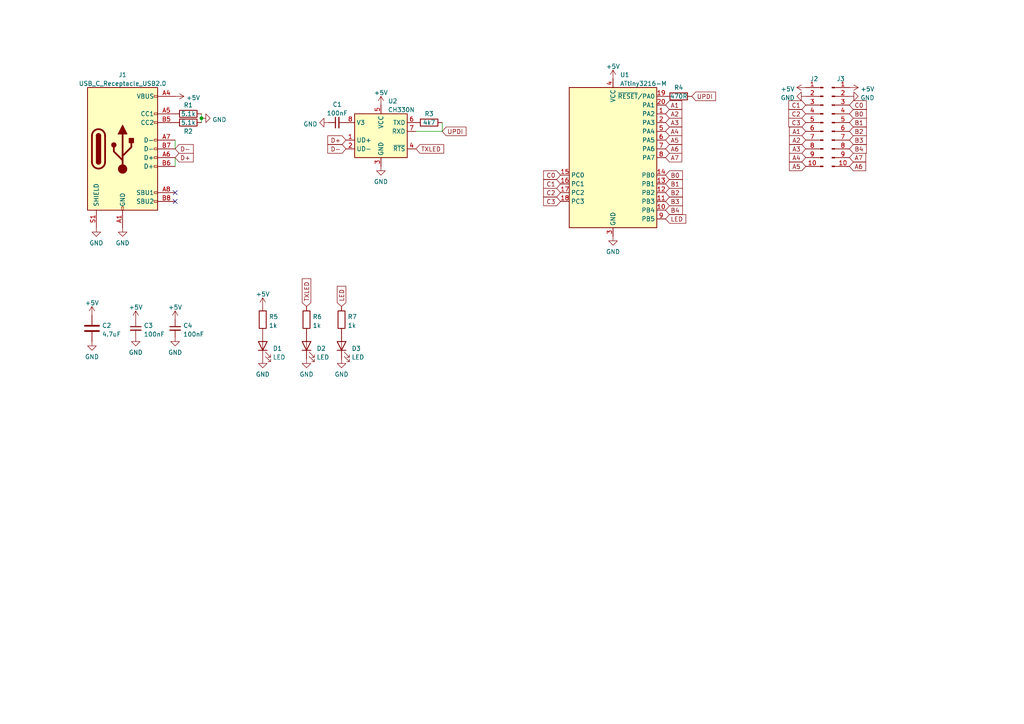
<source format=kicad_sch>
(kicad_sch (version 20211123) (generator eeschema)
  (paper "A4")
  (lib_symbols
    (symbol "Connector:Conn_01x10_Male" (pin_names (offset 1.016) hide)
      (property "Reference" "J" (at 0 12.7 0))
      (property "Value" "Conn_01x10_Male" (at 0 -15.24 0))
      (symbol "Conn_01x10_Male_1_1"
        (polyline (pts (xy 1.27 -12.7) (xy 0.8636 -12.7)) (stroke (width 0.1524)))
        (polyline (pts (xy 1.27 -10.16) (xy 0.8636 -10.16)) (stroke (width 0.1524)))
        (polyline (pts (xy 1.27 -7.62) (xy 0.8636 -7.62)) (stroke (width 0.1524)))
        (polyline (pts (xy 1.27 -5.08) (xy 0.8636 -5.08)) (stroke (width 0.1524)))
        (polyline (pts (xy 1.27 -2.54) (xy 0.8636 -2.54)) (stroke (width 0.1524)))
        (polyline (pts (xy 1.27 0) (xy 0.8636 0)) (stroke (width 0.1524)))
        (polyline (pts (xy 1.27 2.54) (xy 0.8636 2.54)) (stroke (width 0.1524)))
        (polyline (pts (xy 1.27 5.08) (xy 0.8636 5.08)) (stroke (width 0.1524)))
        (polyline (pts (xy 1.27 7.62) (xy 0.8636 7.62)) (stroke (width 0.1524)))
        (polyline (pts (xy 1.27 10.16) (xy 0.8636 10.16)) (stroke (width 0.1524)))
        (rectangle (start 0.8636 -12.573) (end 0 -12.827) (stroke (width 0.1524)) (fill (type outline)))
        (rectangle (start 0.8636 -10.033) (end 0 -10.287) (stroke (width 0.1524)) (fill (type outline)))
        (rectangle (start 0.8636 -7.493) (end 0 -7.747) (stroke (width 0.1524)) (fill (type outline)))
        (rectangle (start 0.8636 -4.953) (end 0 -5.207) (stroke (width 0.1524)) (fill (type outline)))
        (rectangle (start 0.8636 -2.413) (end 0 -2.667) (stroke (width 0.1524)) (fill (type outline)))
        (rectangle (start 0.8636 0.127) (end 0 -0.127) (stroke (width 0.1524)) (fill (type outline)))
        (rectangle (start 0.8636 2.667) (end 0 2.413) (stroke (width 0.1524)) (fill (type outline)))
        (rectangle (start 0.8636 5.207) (end 0 4.953) (stroke (width 0.1524)) (fill (type outline)))
        (rectangle (start 0.8636 7.747) (end 0 7.493) (stroke (width 0.1524)) (fill (type outline)))
        (rectangle (start 0.8636 10.287) (end 0 10.033) (stroke (width 0.1524)) (fill (type outline)))
        (pin passive line (at 5.08 10.16 180) (length 3.81) (name "Pin_1") (number "1"))
        (pin passive line (at 5.08 -12.7 180) (length 3.81) (name "Pin_10") (number "10"))
        (pin passive line (at 5.08 7.62 180) (length 3.81) (name "Pin_2") (number "2"))
        (pin passive line (at 5.08 5.08 180) (length 3.81) (name "Pin_3") (number "3"))
        (pin passive line (at 5.08 2.54 180) (length 3.81) (name "Pin_4") (number "4"))
        (pin passive line (at 5.08 0 180) (length 3.81) (name "Pin_5") (number "5"))
        (pin passive line (at 5.08 -2.54 180) (length 3.81) (name "Pin_6") (number "6"))
        (pin passive line (at 5.08 -5.08 180) (length 3.81) (name "Pin_7") (number "7"))
        (pin passive line (at 5.08 -7.62 180) (length 3.81) (name "Pin_8") (number "8"))
        (pin passive line (at 5.08 -10.16 180) (length 3.81) (name "Pin_9") (number "9"))
      )
    )
    (symbol "Connector:USB_C_Receptacle_USB2.0" (pin_names (offset 1.016))
      (property "Reference" "J" (at -10.16 19.05 0))
      (property "Value" "USB_C_Receptacle_USB2.0" (at 19.05 19.05 0))
      (symbol "USB_C_Receptacle_USB2.0_0_0"
        (rectangle (start -0.254 -17.78) (end 0.254 -16.764))
        (rectangle (start 10.16 -14.986) (end 9.144 -15.494))
        (rectangle (start 10.16 -12.446) (end 9.144 -12.954))
        (rectangle (start 10.16 -4.826) (end 9.144 -5.334))
        (rectangle (start 10.16 -2.286) (end 9.144 -2.794))
        (rectangle (start 10.16 0.254) (end 9.144 -0.254))
        (rectangle (start 10.16 2.794) (end 9.144 2.286))
        (rectangle (start 10.16 7.874) (end 9.144 7.366))
        (rectangle (start 10.16 10.414) (end 9.144 9.906))
        (rectangle (start 10.16 15.494) (end 9.144 14.986))
      )
      (symbol "USB_C_Receptacle_USB2.0_0_1"
        (rectangle (start -10.16 17.78) (end 10.16 -17.78) (stroke (width 0.254)) (fill (type background)))
        (arc (start -8.89 -3.81) (mid -6.985 -5.715) (end -5.08 -3.81) (stroke (width 0.508)))
        (arc (start -7.62 -3.81) (mid -6.985 -4.445) (end -6.35 -3.81) (stroke (width 0.254)))
        (arc (start -7.62 -3.81) (mid -6.985 -4.445) (end -6.35 -3.81) (stroke (width 0.254)) (fill (type outline)))
        (rectangle (start -7.62 -3.81) (end -6.35 3.81) (stroke (width 0.254)) (fill (type outline)))
        (arc (start -6.35 3.81) (mid -6.985 4.445) (end -7.62 3.81) (stroke (width 0.254)))
        (arc (start -6.35 3.81) (mid -6.985 4.445) (end -7.62 3.81) (stroke (width 0.254)) (fill (type outline)))
        (arc (start -5.08 3.81) (mid -6.985 5.715) (end -8.89 3.81) (stroke (width 0.508)))
        (circle (center -2.54 1.143) (radius 0.635) (stroke (width 0.254)) (fill (type outline)))
        (circle (center 0 -5.842) (radius 1.27) (fill (type outline)))
        (polyline (pts (xy -8.89 -3.81) (xy -8.89 3.81)) (stroke (width 0.508)))
        (polyline (pts (xy -5.08 3.81) (xy -5.08 -3.81)) (stroke (width 0.508)))
        (polyline (pts (xy 0 -5.842) (xy 0 4.318)) (stroke (width 0.508)))
        (polyline (pts (xy 0 -3.302) (xy -2.54 -0.762) (xy -2.54 0.508)) (stroke (width 0.508)))
        (polyline (pts (xy 0 -2.032) (xy 2.54 0.508) (xy 2.54 1.778)) (stroke (width 0.508)))
        (polyline (pts (xy -1.27 4.318) (xy 0 6.858) (xy 1.27 4.318) (xy -1.27 4.318)) (stroke (width 0.254)) (fill (type outline)))
        (rectangle (start 1.905 1.778) (end 3.175 3.048) (stroke (width 0.254)) (fill (type outline)))
      )
      (symbol "USB_C_Receptacle_USB2.0_1_1"
        (pin passive line (at 0 -22.86 90) (length 5.08) (name "GND") (number "A1"))
        (pin passive line (at 0 -22.86 90) (length 5.08) hide (name "GND") (number "A12"))
        (pin passive line (at 15.24 15.24 180) (length 5.08) (name "VBUS") (number "A4"))
        (pin bidirectional line (at 15.24 10.16 180) (length 5.08) (name "CC1") (number "A5"))
        (pin bidirectional line (at 15.24 -2.54 180) (length 5.08) (name "D+") (number "A6"))
        (pin bidirectional line (at 15.24 2.54 180) (length 5.08) (name "D-") (number "A7"))
        (pin bidirectional line (at 15.24 -12.7 180) (length 5.08) (name "SBU1") (number "A8"))
        (pin passive line (at 15.24 15.24 180) (length 5.08) hide (name "VBUS") (number "A9"))
        (pin passive line (at 0 -22.86 90) (length 5.08) hide (name "GND") (number "B1"))
        (pin passive line (at 0 -22.86 90) (length 5.08) hide (name "GND") (number "B12"))
        (pin passive line (at 15.24 15.24 180) (length 5.08) hide (name "VBUS") (number "B4"))
        (pin bidirectional line (at 15.24 7.62 180) (length 5.08) (name "CC2") (number "B5"))
        (pin bidirectional line (at 15.24 -5.08 180) (length 5.08) (name "D+") (number "B6"))
        (pin bidirectional line (at 15.24 0 180) (length 5.08) (name "D-") (number "B7"))
        (pin bidirectional line (at 15.24 -15.24 180) (length 5.08) (name "SBU2") (number "B8"))
        (pin passive line (at 15.24 15.24 180) (length 5.08) hide (name "VBUS") (number "B9"))
        (pin passive line (at -7.62 -22.86 90) (length 5.08) (name "SHIELD") (number "S1"))
      )
    )
    (symbol "Device:C" (pin_numbers hide) (pin_names (offset 0.254))
      (property "Reference" "C" (at 0.635 2.54 0))
      (property "Value" "C" (at 0.635 -2.54 0))
      (symbol "C_0_1"
        (polyline (pts (xy -2.032 -0.762) (xy 2.032 -0.762)) (stroke (width 0.508)))
        (polyline (pts (xy -2.032 0.762) (xy 2.032 0.762)) (stroke (width 0.508)))
      )
      (symbol "C_1_1"
        (pin passive line (at 0 3.81 270) (length 2.794) (name "~") (number "1"))
        (pin passive line (at 0 -3.81 90) (length 2.794) (name "~") (number "2"))
      )
    )
    (symbol "Device:C_Small" (pin_numbers hide) (pin_names (offset 0.254) hide)
      (property "Reference" "C" (at 0.254 1.778 0))
      (property "Value" "C_Small" (at 0.254 -2.032 0))
      (symbol "C_Small_0_1"
        (polyline (pts (xy -1.524 -0.508) (xy 1.524 -0.508)) (stroke (width 0.3302)))
        (polyline (pts (xy -1.524 0.508) (xy 1.524 0.508)) (stroke (width 0.3048)))
      )
      (symbol "C_Small_1_1"
        (pin passive line (at 0 2.54 270) (length 2.032) (name "~") (number "1"))
        (pin passive line (at 0 -2.54 90) (length 2.032) (name "~") (number "2"))
      )
    )
    (symbol "Device:LED" (pin_numbers hide) (pin_names (offset 1.016) hide)
      (property "Reference" "D" (at 0 2.54 0))
      (property "Value" "LED" (at 0 -2.54 0))
      (symbol "LED_0_1"
        (polyline (pts (xy -1.27 -1.27) (xy -1.27 1.27)) (stroke (width 0.254)))
        (polyline (pts (xy -1.27 0) (xy 1.27 0)))
        (polyline (pts (xy 1.27 -1.27) (xy 1.27 1.27) (xy -1.27 0) (xy 1.27 -1.27)) (stroke (width 0.254)))
        (polyline (pts (xy -3.048 -0.762) (xy -4.572 -2.286) (xy -3.81 -2.286) (xy -4.572 -2.286) (xy -4.572 -1.524)))
        (polyline (pts (xy -1.778 -0.762) (xy -3.302 -2.286) (xy -2.54 -2.286) (xy -3.302 -2.286) (xy -3.302 -1.524)))
      )
      (symbol "LED_1_1"
        (pin passive line (at -3.81 0 0) (length 2.54) (name "K") (number "1"))
        (pin passive line (at 3.81 0 180) (length 2.54) (name "A") (number "2"))
      )
    )
    (symbol "Device:R" (pin_numbers hide) (pin_names (offset 0))
      (property "Reference" "R" (at 2.032 0 90))
      (property "Value" "R" (at 0 0 90))
      (symbol "R_0_1"
        (rectangle (start -1.016 -2.54) (end 1.016 2.54) (stroke (width 0.254)))
      )
      (symbol "R_1_1"
        (pin passive line (at 0 3.81 270) (length 1.27) (name "~") (number "1"))
        (pin passive line (at 0 -3.81 90) (length 1.27) (name "~") (number "2"))
      )
    )
    (symbol "Interface_USB:CH330N"
      (property "Reference" "U" (at -7.62 6.35 0))
      (property "Value" "CH330N" (at 7.62 6.35 0))
      (symbol "CH330N_0_1"
        (rectangle (start -7.62 5.08) (end 7.62 -7.62) (stroke (width 0.254)) (fill (type background)))
      )
      (symbol "CH330N_1_1"
        (pin bidirectional line (at -10.16 -2.54 0) (length 2.54) (name "UD+") (number "1"))
        (pin bidirectional line (at -10.16 -5.08 0) (length 2.54) (name "UD-") (number "2"))
        (pin power_in line (at 0 -10.16 90) (length 2.54) (name "GND") (number "3"))
        (pin output line (at 10.16 -5.08 180) (length 2.54) (name "~{RTS}") (number "4"))
        (pin power_in line (at 0 7.62 270) (length 2.54) (name "VCC") (number "5"))
        (pin output line (at 10.16 2.54 180) (length 2.54) (name "TXD") (number "6"))
        (pin input line (at 10.16 0 180) (length 2.54) (name "RXD") (number "7"))
        (pin passive line (at -10.16 2.54 0) (length 2.54) (name "V3") (number "8"))
      )
    )
    (symbol "MCU_Microchip_ATtiny:ATtiny3216-M"
      (property "Reference" "U" (at -12.7 21.59 0))
      (property "Value" "ATtiny3216-M" (at 2.54 -21.59 0))
      (symbol "ATtiny3216-M_0_1"
        (rectangle (start -12.7 -20.32) (end 12.7 20.32) (stroke (width 0.254)) (fill (type background)))
      )
      (symbol "ATtiny3216-M_1_1"
        (pin bidirectional line (at 15.24 12.7 180) (length 2.54) (name "PA2") (number "1"))
        (pin bidirectional line (at 15.24 -15.24 180) (length 2.54) (name "PB4") (number "10"))
        (pin bidirectional line (at 15.24 -12.7 180) (length 2.54) (name "PB3") (number "11"))
        (pin bidirectional line (at 15.24 -10.16 180) (length 2.54) (name "PB2") (number "12"))
        (pin bidirectional line (at 15.24 -7.62 180) (length 2.54) (name "PB1") (number "13"))
        (pin bidirectional line (at 15.24 -5.08 180) (length 2.54) (name "PB0") (number "14"))
        (pin bidirectional line (at -15.24 -5.08 0) (length 2.54) (name "PC0") (number "15"))
        (pin bidirectional line (at -15.24 -7.62 0) (length 2.54) (name "PC1") (number "16"))
        (pin bidirectional line (at -15.24 -10.16 0) (length 2.54) (name "PC2") (number "17"))
        (pin bidirectional line (at -15.24 -12.7 0) (length 2.54) (name "PC3") (number "18"))
        (pin bidirectional line (at 15.24 17.78 180) (length 2.54) (name "~{RESET}/PA0") (number "19"))
        (pin bidirectional line (at 15.24 10.16 180) (length 2.54) (name "PA3") (number "2"))
        (pin bidirectional line (at 15.24 15.24 180) (length 2.54) (name "PA1") (number "20"))
        (pin passive line (at 0 -22.86 90) (length 2.54) hide (name "GND") (number "21"))
        (pin power_in line (at 0 -22.86 90) (length 2.54) (name "GND") (number "3"))
        (pin power_in line (at 0 22.86 270) (length 2.54) (name "VCC") (number "4"))
        (pin bidirectional line (at 15.24 7.62 180) (length 2.54) (name "PA4") (number "5"))
        (pin bidirectional line (at 15.24 5.08 180) (length 2.54) (name "PA5") (number "6"))
        (pin bidirectional line (at 15.24 2.54 180) (length 2.54) (name "PA6") (number "7"))
        (pin bidirectional line (at 15.24 0 180) (length 2.54) (name "PA7") (number "8"))
        (pin bidirectional line (at 15.24 -17.78 180) (length 2.54) (name "PB5") (number "9"))
      )
    )
    (symbol "power:+5V" (power) (pin_names (offset 0))
      (property "Value" "+5V" (at 0 3.556 0))
      (symbol "+5V_0_1"
        (polyline (pts (xy -0.762 1.27) (xy 0 2.54)))
        (polyline (pts (xy 0 0) (xy 0 2.54)))
        (polyline (pts (xy 0 2.54) (xy 0.762 1.27)))
      )
      (symbol "+5V_1_1"
        (pin power_in line (at 0 0 90) (length 0) hide (name "+5V") (number "1"))
      )
    )
    (symbol "power:GND" (power) (pin_names (offset 0))
      (property "Value" "GND" (at 0 -3.81 0))
      (symbol "GND_0_1"
        (polyline (pts (xy 0 0) (xy 0 -1.27) (xy 1.27 -1.27) (xy 0 -2.54) (xy -1.27 -1.27) (xy 0 -1.27)))
      )
      (symbol "GND_1_1"
        (pin power_in line (at 0 0 270) (length 0) hide (name "GND") (number "1"))
      )
    )
  )
  (junction (at 58.42 34.29))
  (no_connect (at 50.8 55.88))
  (no_connect (at 50.8 58.42))
  (wire (pts (xy 50.8 45.72) (xy 50.8 48.26)))
  (wire (pts (xy 58.42 34.29) (xy 58.42 35.56)))
  (wire (pts (xy 128.27 38.1) (xy 128.27 35.56)))
  (wire (pts (xy 58.42 33.02) (xy 58.42 34.29)))
  (wire (pts (xy 50.8 40.64) (xy 50.8 43.18)))
  (wire (pts (xy 120.65 38.1) (xy 128.27 38.1)))
  (global_label "A1" (shape input) (at 233.68 38.1 180) (property "Intersheet References" "${INTERSHEET_REFS}" (effects hide)))
  (global_label "A6" (shape input) (at 193.04 43.18 0) (property "Intersheet References" "${INTERSHEET_REFS}" (effects hide)))
  (global_label "B2" (shape input) (at 246.38 38.1 0) (property "Intersheet References" "${INTERSHEET_REFS}" (effects hide)))
  (global_label "C1" (shape input) (at 233.68 30.48 180) (property "Intersheet References" "${INTERSHEET_REFS}" (effects hide)))
  (global_label "TXLED" (shape input) (at 120.65 43.18 0) (property "Intersheet References" "${INTERSHEET_REFS}" (effects hide)))
  (global_label "C0" (shape input) (at 246.38 30.48 0) (property "Intersheet References" "${INTERSHEET_REFS}" (effects hide)))
  (global_label "A4" (shape input) (at 233.68 45.72 180) (property "Intersheet References" "${INTERSHEET_REFS}" (effects hide)))
  (global_label "B4" (shape input) (at 193.04 60.96 0) (property "Intersheet References" "${INTERSHEET_REFS}" (effects hide)))
  (global_label "C2" (shape input) (at 162.56 55.88 180) (property "Intersheet References" "${INTERSHEET_REFS}" (effects hide)))
  (global_label "C2" (shape input) (at 233.68 33.02 180) (property "Intersheet References" "${INTERSHEET_REFS}" (effects hide)))
  (global_label "UPDI" (shape input) (at 128.27 38.1 0) (property "Intersheet References" "${INTERSHEET_REFS}" (effects hide)))
  (global_label "B0" (shape input) (at 193.04 50.8 0) (property "Intersheet References" "${INTERSHEET_REFS}" (effects hide)))
  (global_label "A6" (shape input) (at 246.38 48.26 0) (property "Intersheet References" "${INTERSHEET_REFS}" (effects hide)))
  (global_label "LED" (shape input) (at 99.06 88.9 90) (property "Intersheet References" "${INTERSHEET_REFS}" (effects hide)))
  (global_label "A7" (shape input) (at 193.04 45.72 0) (property "Intersheet References" "${INTERSHEET_REFS}" (effects hide)))
  (global_label "B2" (shape input) (at 193.04 55.88 0) (property "Intersheet References" "${INTERSHEET_REFS}" (effects hide)))
  (global_label "D-" (shape input) (at 100.33 43.18 180) (property "Intersheet References" "${INTERSHEET_REFS}" (effects hide)))
  (global_label "A1" (shape input) (at 193.04 30.48 0) (property "Intersheet References" "${INTERSHEET_REFS}" (effects hide)))
  (global_label "A5" (shape input) (at 233.68 48.26 180) (property "Intersheet References" "${INTERSHEET_REFS}" (effects hide)))
  (global_label "A2" (shape input) (at 193.04 33.02 0) (property "Intersheet References" "${INTERSHEET_REFS}" (effects hide)))
  (global_label "A3" (shape input) (at 193.04 35.56 0) (property "Intersheet References" "${INTERSHEET_REFS}" (effects hide)))
  (global_label "B4" (shape input) (at 246.38 43.18 0) (property "Intersheet References" "${INTERSHEET_REFS}" (effects hide)))
  (global_label "B3" (shape input) (at 246.38 40.64 0) (property "Intersheet References" "${INTERSHEET_REFS}" (effects hide)))
  (global_label "TXLED" (shape input) (at 88.9 88.9 90) (property "Intersheet References" "${INTERSHEET_REFS}" (effects hide)))
  (global_label "D-" (shape input) (at 50.8 43.18 0) (property "Intersheet References" "${INTERSHEET_REFS}" (effects hide)))
  (global_label "A7" (shape input) (at 246.38 45.72 0) (property "Intersheet References" "${INTERSHEET_REFS}" (effects hide)))
  (global_label "A4" (shape input) (at 193.04 38.1 0) (property "Intersheet References" "${INTERSHEET_REFS}" (effects hide)))
  (global_label "A5" (shape input) (at 193.04 40.64 0) (property "Intersheet References" "${INTERSHEET_REFS}" (effects hide)))
  (global_label "C0" (shape input) (at 162.56 50.8 180) (property "Intersheet References" "${INTERSHEET_REFS}" (effects hide)))
  (global_label "UPDI" (shape input) (at 200.66 27.94 0) (property "Intersheet References" "${INTERSHEET_REFS}" (effects hide)))
  (global_label "LED" (shape input) (at 193.04 63.5 0) (property "Intersheet References" "${INTERSHEET_REFS}" (effects hide)))
  (global_label "A3" (shape input) (at 233.68 43.18 180) (property "Intersheet References" "${INTERSHEET_REFS}" (effects hide)))
  (global_label "C1" (shape input) (at 162.56 53.34 180) (property "Intersheet References" "${INTERSHEET_REFS}" (effects hide)))
  (global_label "D+" (shape input) (at 100.33 40.64 180) (property "Intersheet References" "${INTERSHEET_REFS}" (effects hide)))
  (global_label "B0" (shape input) (at 246.38 33.02 0) (property "Intersheet References" "${INTERSHEET_REFS}" (effects hide)))
  (global_label "B1" (shape input) (at 246.38 35.56 0) (property "Intersheet References" "${INTERSHEET_REFS}" (effects hide)))
  (global_label "D+" (shape input) (at 50.8 45.72 0) (property "Intersheet References" "${INTERSHEET_REFS}" (effects hide)))
  (global_label "B3" (shape input) (at 193.04 58.42 0) (property "Intersheet References" "${INTERSHEET_REFS}" (effects hide)))
  (global_label "C3" (shape input) (at 233.68 35.56 180) (property "Intersheet References" "${INTERSHEET_REFS}" (effects hide)))
  (global_label "B1" (shape input) (at 193.04 53.34 0) (property "Intersheet References" "${INTERSHEET_REFS}" (effects hide)))
  (global_label "C3" (shape input) (at 162.56 58.42 180) (property "Intersheet References" "${INTERSHEET_REFS}" (effects hide)))
  (global_label "A2" (shape input) (at 233.68 40.64 180) (property "Intersheet References" "${INTERSHEET_REFS}" (effects hide)))
  (symbol (lib_id "power:GND") (at 246.38 27.94 90) (unit 1)
    (property "Reference" "#PWR010" (effects hide))
    (property "Value" "GND" (at 249.555 28.3738 90) (effects (justify right)))
  )
  (symbol (lib_id "power:+5V") (at 50.8 92.71 0) (unit 1)
    (property "Reference" "#PWR014" (effects hide))
    (property "Value" "+5V" (at 50.8 89.1342 0))
  )
  (symbol (lib_id "power:+5V") (at 26.67 91.44 0) (unit 1)
    (property "Reference" "#PWR012" (effects hide))
    (property "Value" "+5V" (at 26.67 87.8642 0))
  )
  (symbol (lib_id "power:GND") (at 88.9 104.14 0) (unit 1)
    (property "Reference" "#PWR021" (effects hide))
    (property "Value" "GND" (at 88.9 108.5834 0))
  )
  (symbol (lib_id "power:GND") (at 39.37 97.79 0) (unit 1)
    (property "Reference" "#PWR015" (effects hide))
    (property "Value" "GND" (at 39.37 102.2334 0))
  )
  (symbol (lib_id "Connector:Conn_01x10_Male") (at 241.3 35.56 0) (unit 1)
    (property "Reference" "J3" (at 243.84 22.86 0))
    (property "Value" "Conn_01x10_Male" (effects hide))
    (property "Footprint" "Connector_PinHeader_2.54mm:PinHeader_1x10_P2.54mm_Vertical" (effects hide))
  )
  (symbol (lib_id "power:GND") (at 35.56 66.04 0) (unit 1)
    (property "Reference" "#PWR011" (effects hide))
    (property "Value" "GND" (at 35.56 70.4834 0))
  )
  (symbol (lib_id "Connector:Conn_01x10_Male") (at 238.76 35.56 0) (mirror y) (unit 1)
    (property "Reference" "J2" (at 234.95 22.86 0) (effects (justify right)))
    (property "Value" "Conn_01x10_Male" (effects hide))
    (property "Footprint" "Connector_PinHeader_2.54mm:PinHeader_1x10_P2.54mm_Vertical" (effects hide))
  )
  (symbol (lib_id "power:+5V") (at 39.37 92.71 0) (unit 1)
    (property "Reference" "#PWR013" (effects hide))
    (property "Value" "+5V" (at 39.37 89.1342 0))
  )
  (symbol (lib_id "Device:R") (at 76.2 92.71 0) (unit 1)
    (property "Reference" "R5" (at 77.978 91.8753 0) (effects (justify left)))
    (property "Value" "1k" (at 77.978 94.4122 0) (effects (justify left)))
    (property "Footprint" "Resistor_SMD:R_0402_1005Metric" (effects hide))
    (property "JLC" "C11702" (effects hide))
  )
  (symbol (lib_id "Device:C_Small") (at 39.37 95.25 0) (unit 1)
    (property "Reference" "C3" (at 41.6941 94.4216 0) (effects (justify left)))
    (property "Value" "100nF" (at 41.6941 96.9585 0) (effects (justify left)))
    (property "Footprint" "Capacitor_SMD:C_0402_1005Metric" (effects hide))
    (property "JLC" "C1525" (effects hide))
  )
  (symbol (lib_id "Device:LED") (at 99.06 100.33 90) (unit 1)
    (property "Reference" "D3" (at 101.981 101.0828 90) (effects (justify right)))
    (property "Value" "LED" (at 101.981 103.6197 90) (effects (justify right)))
    (property "Footprint" "LED_SMD:LED_0603_1608Metric" (effects hide))
    (property "JLC" "C2286" (effects hide))
  )
  (symbol (lib_id "power:GND") (at 50.8 97.79 0) (unit 1)
    (property "Reference" "#PWR016" (effects hide))
    (property "Value" "GND" (at 50.8 102.2334 0))
  )
  (symbol (lib_id "power:GND") (at 110.49 48.26 0) (unit 1)
    (property "Reference" "#PWR06" (effects hide))
    (property "Value" "GND" (at 110.49 52.7034 0))
  )
  (symbol (lib_id "MCU_Microchip_ATtiny:ATtiny3216-M") (at 177.8 45.72 0) (unit 1)
    (property "Reference" "U1" (at 179.8194 21.7002 0) (effects (justify left)))
    (property "Value" "ATtiny3216-M" (at 179.8194 24.2371 0) (effects (justify left)))
    (property "Footprint" "Package_DFN_QFN:VQFN-20-1EP_3x3mm_P0.4mm_EP1.7x1.7mm" (effects hide))
    (property "Datasheet" "http://ww1.microchip.com/downloads/en/DeviceDoc/ATtiny3216_ATtiny1616-data-sheet-40001997B.pdf" (effects hide))
    (property "JLC" "C507118" (effects hide))
  )
  (symbol (lib_id "power:+5V") (at 177.8 22.86 0) (unit 1)
    (property "Reference" "#PWR05" (effects hide))
    (property "Value" "+5V" (at 177.8 19.2842 0))
  )
  (symbol (lib_id "Interface_USB:CH330N") (at 110.49 38.1 0) (unit 1)
    (property "Reference" "U2" (at 112.5094 29.3202 0) (effects (justify left)))
    (property "Value" "CH330N" (at 112.5094 31.8571 0) (effects (justify left)))
    (property "Footprint" "Package_SO:SOIC-8_3.9x4.9mm_P1.27mm" (effects hide))
    (property "Datasheet" "http://www.wch.cn/downloads/file/240.html" (effects hide))
    (property "JLC" " C2977777 " (effects hide))
  )
  (symbol (lib_id "power:+5V") (at 76.2 88.9 0) (unit 1)
    (property "Reference" "#PWR019" (effects hide))
    (property "Value" "+5V" (at 76.2 85.3242 0))
  )
  (symbol (lib_id "power:GND") (at 233.68 27.94 270) (unit 1)
    (property "Reference" "#PWR09" (effects hide))
    (property "Value" "GND" (at 230.5051 28.3738 90) (effects (justify right)))
  )
  (symbol (lib_id "power:GND") (at 58.42 34.29 90) (unit 1)
    (property "Reference" "#PWR02" (effects hide))
    (property "Value" "GND" (at 61.595 34.7238 90) (effects (justify right)))
  )
  (symbol (lib_id "Device:R") (at 54.61 33.02 90) (unit 1)
    (property "Reference" "R1" (at 54.61 30.48 90))
    (property "Value" "5.1k" (at 54.61 33.02 90))
    (property "Footprint" "Resistor_SMD:R_0402_1005Metric" (effects hide))
    (property "JLC" "C25905" (effects hide))
  )
  (symbol (lib_id "Device:R") (at 54.61 35.56 270) (unit 1)
    (property "Reference" "R2" (at 54.61 38.1 90))
    (property "Value" "5.1k" (at 54.61 35.56 90))
    (property "Footprint" "Resistor_SMD:R_0402_1005Metric" (effects hide))
    (property "JLC" "C25905" (effects hide))
  )
  (symbol (lib_id "power:+5V") (at 233.68 25.4 90) (unit 1)
    (property "Reference" "#PWR07" (effects hide))
    (property "Value" "+5V" (at 230.5051 25.8338 90) (effects (justify left)))
  )
  (symbol (lib_id "Connector:USB_C_Receptacle_USB2.0") (at 35.56 43.18 0) (unit 1)
    (property "Reference" "J1" (at 35.56 21.7002 0))
    (property "Value" "USB_C_Receptacle_USB2.0" (at 35.56 24.2371 0))
    (property "Footprint" "Connector_USB:USB_C_Receptacle_HRO_TYPE-C-31-M-12" (effects hide))
    (property "Datasheet" "https://www.usb.org/sites/default/files/documents/usb_type-c.zip" (effects hide))
    (property "JLC" "C165948" (effects hide))
  )
  (symbol (lib_id "Device:LED") (at 76.2 100.33 90) (unit 1)
    (property "Reference" "D1" (at 79.121 101.0828 90) (effects (justify right)))
    (property "Value" "LED" (at 79.121 103.6197 90) (effects (justify right)))
    (property "Footprint" "LED_SMD:LED_0603_1608Metric" (effects hide))
    (property "JLC" "C2286" (effects hide))
  )
  (symbol (lib_id "power:GND") (at 76.2 104.14 0) (unit 1)
    (property "Reference" "#PWR020" (effects hide))
    (property "Value" "GND" (at 76.2 108.5834 0))
  )
  (symbol (lib_id "Device:C") (at 26.67 95.25 0) (unit 1)
    (property "Reference" "C2" (at 29.591 94.4153 0) (effects (justify left)))
    (property "Value" "4.7uF" (at 29.591 96.9522 0) (effects (justify left)))
    (property "Footprint" "Capacitor_SMD:C_0402_1005Metric" (effects hide))
    (property "JLC" "C23733" (effects hide))
  )
  (symbol (lib_id "Device:R") (at 99.06 92.71 0) (unit 1)
    (property "Reference" "R7" (at 100.838 91.8753 0) (effects (justify left)))
    (property "Value" "1k" (at 100.838 94.4122 0) (effects (justify left)))
    (property "Footprint" "Resistor_SMD:R_0402_1005Metric" (effects hide))
    (property "JLC" "C11702" (effects hide))
  )
  (symbol (lib_id "Device:R") (at 124.46 35.56 90) (unit 1)
    (property "Reference" "R3" (at 124.46 33.02 90))
    (property "Value" "4k7" (at 124.46 35.56 90))
    (property "Footprint" "Resistor_SMD:R_0402_1005Metric" (effects hide))
    (property "JLC" "C25900" (effects hide))
  )
  (symbol (lib_id "power:GND") (at 95.25 35.56 270) (unit 1)
    (property "Reference" "#PWR04" (effects hide))
    (property "Value" "GND" (at 92.0751 35.9938 90) (effects (justify right)))
  )
  (symbol (lib_id "Device:LED") (at 88.9 100.33 90) (unit 1)
    (property "Reference" "D2" (at 91.821 101.0828 90) (effects (justify right)))
    (property "Value" "LED" (at 91.821 103.6197 90) (effects (justify right)))
    (property "Footprint" "LED_SMD:LED_0603_1608Metric" (effects hide))
    (property "JLC" "C2286" (effects hide))
  )
  (symbol (lib_id "power:+5V") (at 246.38 25.4 270) (unit 1)
    (property "Reference" "#PWR08" (effects hide))
    (property "Value" "+5V" (at 249.555 25.8338 90) (effects (justify left)))
  )
  (symbol (lib_id "power:GND") (at 177.8 68.58 0) (unit 1)
    (property "Reference" "#PWR018" (effects hide))
    (property "Value" "GND" (at 177.8 73.0234 0))
  )
  (symbol (lib_id "Device:R") (at 88.9 92.71 0) (unit 1)
    (property "Reference" "R6" (at 90.678 91.8753 0) (effects (justify left)))
    (property "Value" "1k" (at 90.678 94.4122 0) (effects (justify left)))
    (property "Footprint" "Resistor_SMD:R_0402_1005Metric" (effects hide))
    (property "JLC" "C11702" (effects hide))
  )
  (symbol (lib_id "power:+5V") (at 50.8 27.94 270) (unit 1)
    (property "Reference" "#PWR01" (effects hide))
    (property "Value" "+5V" (at 53.975 28.3738 90) (effects (justify left)))
  )
  (symbol (lib_id "Device:C_Small") (at 97.79 35.56 90) (unit 1)
    (property "Reference" "C1" (at 97.7963 30.2981 90))
    (property "Value" "100nF" (at 97.7963 32.835 90))
    (property "Footprint" "Capacitor_SMD:C_0402_1005Metric" (effects hide))
    (property "JLC" "C1525" (effects hide))
  )
  (symbol (lib_id "Device:C_Small") (at 50.8 95.25 0) (unit 1)
    (property "Reference" "C4" (at 53.1241 94.4216 0) (effects (justify left)))
    (property "Value" "100nF" (at 53.1241 96.9585 0) (effects (justify left)))
    (property "Footprint" "Capacitor_SMD:C_0402_1005Metric" (effects hide))
    (property "JLC" "C1525" (effects hide))
  )
  (symbol (lib_id "power:GND") (at 99.06 104.14 0) (unit 1)
    (property "Reference" "#PWR022" (effects hide))
    (property "Value" "GND" (at 99.06 108.5834 0))
  )
  (symbol (lib_id "power:+5V") (at 110.49 30.48 0) (unit 1)
    (property "Reference" "#PWR03" (effects hide))
    (property "Value" "+5V" (at 110.49 26.9042 0))
  )
  (symbol (lib_id "power:GND") (at 27.94 66.04 0) (unit 1)
    (property "Reference" "#PWR0101" (effects hide))
    (property "Value" "GND" (at 27.94 70.4834 0))
  )
  (symbol (lib_id "Device:R") (at 196.85 27.94 90) (unit 1)
    (property "Reference" "R4" (at 196.85 25.4 90))
    (property "Value" "470R" (at 196.85 27.94 90))
    (property "Footprint" "Resistor_SMD:R_0402_1005Metric" (effects hide))
    (property "JLC" "C25117" (effects hide))
  )
  (symbol (lib_id "power:GND") (at 26.67 99.06 0) (unit 1)
    (property "Reference" "#PWR017" (effects hide))
    (property "Value" "GND" (at 26.67 103.5034 0))
  )
)
</source>
